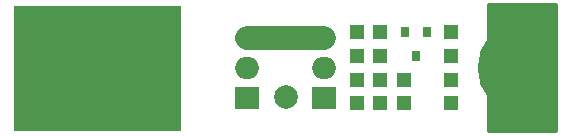
<source format=gts>
%TF.GenerationSoftware,KiCad,Pcbnew,5.1.8*%
%TF.CreationDate,2020-12-29T16:08:40+01:00*%
%TF.ProjectId,RadioPowerProtection,52616469-6f50-46f7-9765-7250726f7465,rev?*%
%TF.SameCoordinates,Original*%
%TF.FileFunction,Soldermask,Top*%
%TF.FilePolarity,Negative*%
%FSLAX46Y46*%
G04 Gerber Fmt 4.6, Leading zero omitted, Abs format (unit mm)*
G04 Created by KiCad (PCBNEW 5.1.8) date 2020-12-29 16:08:40*
%MOMM*%
%LPD*%
G01*
G04 APERTURE LIST*
%ADD10C,1.500000*%
%ADD11C,2.000000*%
%ADD12C,0.100000*%
%ADD13R,1.250000X1.250000*%
%ADD14O,5.000000X5.000000*%
%ADD15R,2.000000X1.905000*%
%ADD16O,2.000000X1.905000*%
%ADD17C,2.000000*%
%ADD18R,0.800000X0.900000*%
%ADD19C,0.250000*%
G04 APERTURE END LIST*
D10*
X168250000Y-95750000D02*
G75*
G02*
X168250000Y-89250000I0J3250000D01*
G01*
D11*
X144750000Y-90000000D02*
X151250000Y-90000000D01*
D12*
G36*
X139000000Y-97750000D02*
G01*
X125000000Y-97750000D01*
X125000000Y-87250000D01*
X139000000Y-87250000D01*
X139000000Y-97750000D01*
G37*
X139000000Y-97750000D02*
X125000000Y-97750000D01*
X125000000Y-87250000D01*
X139000000Y-87250000D01*
X139000000Y-97750000D01*
D13*
%TO.C,D2*%
X156000000Y-89500000D03*
X156000000Y-91500000D03*
%TD*%
%TO.C,D3*%
X156000000Y-93500000D03*
X156000000Y-95500000D03*
%TD*%
%TO.C,D4*%
X162000000Y-89500000D03*
X162000000Y-91500000D03*
%TD*%
D14*
%TO.C,Q2*%
X167910000Y-92500000D03*
D15*
X151250000Y-95040000D03*
D16*
X151250000Y-92500000D03*
X151250000Y-89960000D03*
%TD*%
D14*
%TO.C,Q1*%
X128090000Y-92500000D03*
D15*
X144750000Y-95040000D03*
D16*
X144750000Y-92500000D03*
X144750000Y-89960000D03*
%TD*%
D17*
%TO.C,GND*%
X148000000Y-95000000D03*
%TD*%
D13*
%TO.C,R3*%
X162000000Y-93500000D03*
X162000000Y-95500000D03*
%TD*%
D18*
%TO.C,Q3*%
X159950000Y-89500000D03*
X158050000Y-89500000D03*
X159000000Y-91500000D03*
%TD*%
D13*
%TO.C,R5*%
X154000000Y-89500000D03*
X154000000Y-91500000D03*
%TD*%
%TO.C,R4*%
X154000000Y-93500000D03*
X154000000Y-95500000D03*
%TD*%
%TO.C,C2*%
X158000000Y-93500000D03*
X158000000Y-95500000D03*
%TD*%
D19*
X170875000Y-97875000D02*
X165125000Y-97875000D01*
X165125000Y-87125000D01*
X170875000Y-87125000D01*
X170875000Y-97875000D01*
D12*
G36*
X170875000Y-97875000D02*
G01*
X165125000Y-97875000D01*
X165125000Y-87125000D01*
X170875000Y-87125000D01*
X170875000Y-97875000D01*
G37*
M02*

</source>
